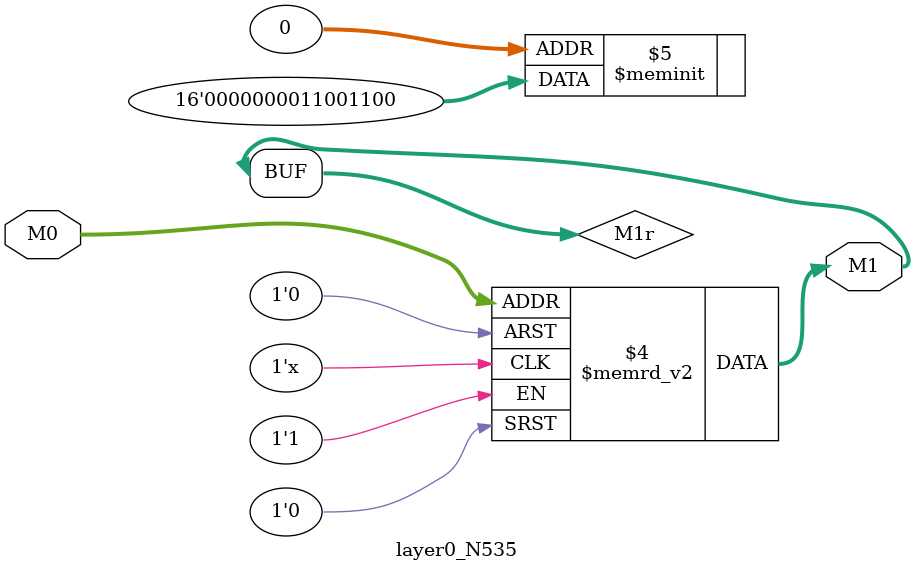
<source format=v>
module layer0_N535 ( input [2:0] M0, output [1:0] M1 );

	(*rom_style = "distributed" *) reg [1:0] M1r;
	assign M1 = M1r;
	always @ (M0) begin
		case (M0)
			3'b000: M1r = 2'b00;
			3'b100: M1r = 2'b00;
			3'b010: M1r = 2'b00;
			3'b110: M1r = 2'b00;
			3'b001: M1r = 2'b11;
			3'b101: M1r = 2'b00;
			3'b011: M1r = 2'b11;
			3'b111: M1r = 2'b00;

		endcase
	end
endmodule

</source>
